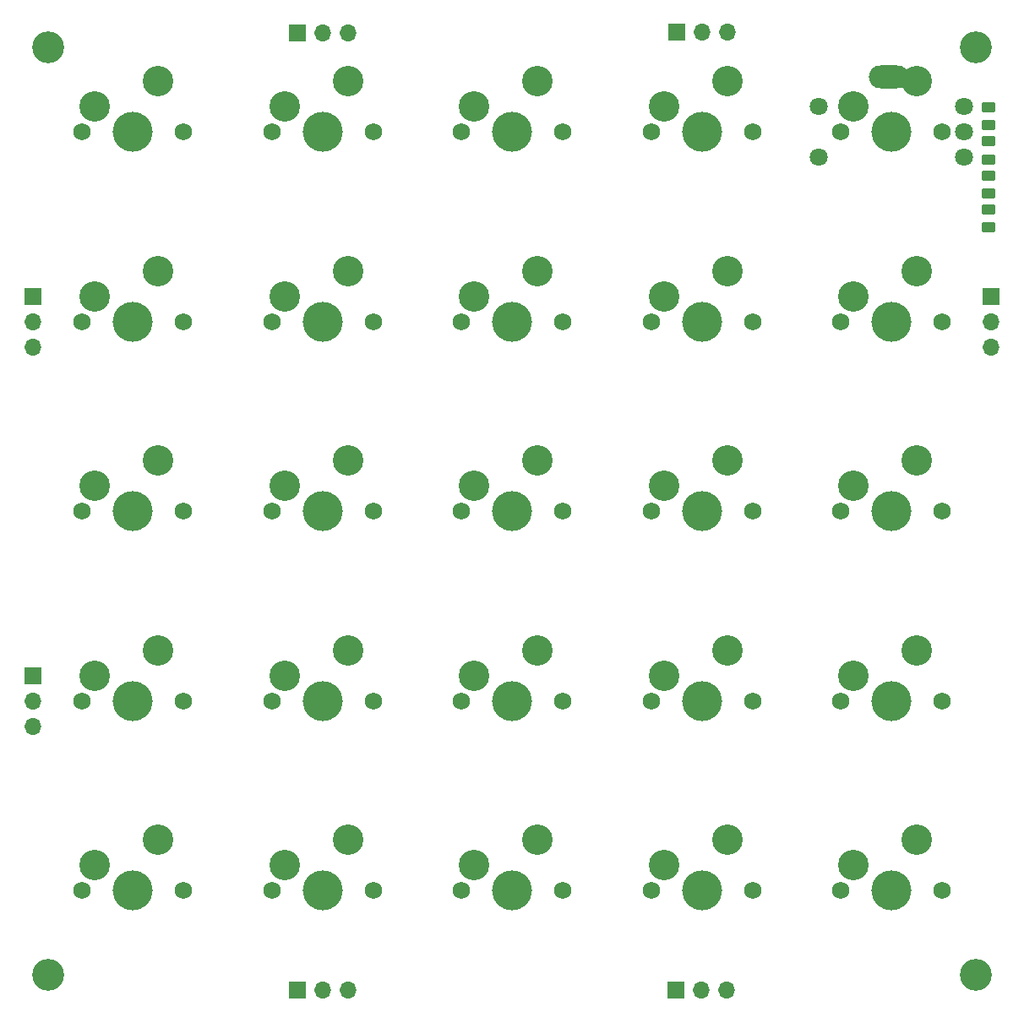
<source format=gts>
G04 #@! TF.GenerationSoftware,KiCad,Pcbnew,(6.0.5)*
G04 #@! TF.CreationDate,2022-06-26T21:28:20+02:00*
G04 #@! TF.ProjectId,5x5x2-part1,35783578-322d-4706-9172-74312e6b6963,rev?*
G04 #@! TF.SameCoordinates,Original*
G04 #@! TF.FileFunction,Soldermask,Top*
G04 #@! TF.FilePolarity,Negative*
%FSLAX46Y46*%
G04 Gerber Fmt 4.6, Leading zero omitted, Abs format (unit mm)*
G04 Created by KiCad (PCBNEW (6.0.5)) date 2022-06-26 21:28:20*
%MOMM*%
%LPD*%
G01*
G04 APERTURE LIST*
G04 Aperture macros list*
%AMRoundRect*
0 Rectangle with rounded corners*
0 $1 Rounding radius*
0 $2 $3 $4 $5 $6 $7 $8 $9 X,Y pos of 4 corners*
0 Add a 4 corners polygon primitive as box body*
4,1,4,$2,$3,$4,$5,$6,$7,$8,$9,$2,$3,0*
0 Add four circle primitives for the rounded corners*
1,1,$1+$1,$2,$3*
1,1,$1+$1,$4,$5*
1,1,$1+$1,$6,$7*
1,1,$1+$1,$8,$9*
0 Add four rect primitives between the rounded corners*
20,1,$1+$1,$2,$3,$4,$5,0*
20,1,$1+$1,$4,$5,$6,$7,0*
20,1,$1+$1,$6,$7,$8,$9,0*
20,1,$1+$1,$8,$9,$2,$3,0*%
G04 Aperture macros list end*
%ADD10C,1.750000*%
%ADD11C,4.000000*%
%ADD12C,3.050000*%
%ADD13C,3.200000*%
%ADD14RoundRect,0.250000X-0.450000X0.262500X-0.450000X-0.262500X0.450000X-0.262500X0.450000X0.262500X0*%
%ADD15RoundRect,0.250000X0.450000X-0.262500X0.450000X0.262500X-0.450000X0.262500X-0.450000X-0.262500X0*%
%ADD16O,4.000000X2.300000*%
%ADD17C,1.800000*%
%ADD18R,1.700000X1.700000*%
%ADD19O,1.700000X1.700000*%
G04 APERTURE END LIST*
D10*
X72080000Y-69000000D03*
D11*
X67000000Y-69000000D03*
D12*
X69540000Y-63920000D03*
D10*
X61920000Y-69000000D03*
D12*
X63190000Y-66460000D03*
D13*
X39500000Y-41500000D03*
D10*
X72080000Y-107000000D03*
X61920000Y-107000000D03*
D11*
X67000000Y-107000000D03*
D12*
X69540000Y-101920000D03*
X63190000Y-104460000D03*
D13*
X39500000Y-134500000D03*
D12*
X101190000Y-66460000D03*
D10*
X110080000Y-69000000D03*
D11*
X105000000Y-69000000D03*
D12*
X107540000Y-63920000D03*
D10*
X99920000Y-69000000D03*
D14*
X133750000Y-50925000D03*
X133750000Y-52750000D03*
D10*
X80920000Y-126000000D03*
X91080000Y-126000000D03*
D11*
X86000000Y-126000000D03*
D12*
X82190000Y-123460000D03*
X88540000Y-120920000D03*
D10*
X118920000Y-88000000D03*
D12*
X120190000Y-85460000D03*
D10*
X129080000Y-88000000D03*
D12*
X126540000Y-82920000D03*
D11*
X124000000Y-88000000D03*
D13*
X132500000Y-41500000D03*
D11*
X86000000Y-107000000D03*
D10*
X91080000Y-107000000D03*
X80920000Y-107000000D03*
D12*
X82190000Y-104460000D03*
X88540000Y-101920000D03*
D11*
X124000000Y-50000000D03*
D12*
X120190000Y-47460000D03*
D10*
X118920000Y-50000000D03*
D12*
X126540000Y-44920000D03*
D10*
X129080000Y-50000000D03*
D15*
X133750000Y-49325000D03*
X133750000Y-47500000D03*
D11*
X124000000Y-126000000D03*
D12*
X126540000Y-120920000D03*
D10*
X118920000Y-126000000D03*
X129080000Y-126000000D03*
D12*
X120190000Y-123460000D03*
D10*
X110080000Y-126000000D03*
D11*
X105000000Y-126000000D03*
D10*
X99920000Y-126000000D03*
D12*
X107540000Y-120920000D03*
X101190000Y-123460000D03*
X88540000Y-63920000D03*
X82190000Y-66460000D03*
D10*
X80920000Y-69000000D03*
D11*
X86000000Y-69000000D03*
D10*
X91080000Y-69000000D03*
D15*
X133750000Y-59575000D03*
X133750000Y-57750000D03*
D13*
X132500000Y-134500000D03*
D10*
X61920000Y-126000000D03*
D12*
X63190000Y-123460000D03*
D11*
X67000000Y-126000000D03*
D10*
X72080000Y-126000000D03*
D12*
X69540000Y-120920000D03*
D10*
X118920000Y-69000000D03*
D11*
X124000000Y-69000000D03*
D12*
X126540000Y-63920000D03*
X120190000Y-66460000D03*
D10*
X129080000Y-69000000D03*
D15*
X133750000Y-56162500D03*
X133750000Y-54337500D03*
D10*
X99920000Y-107000000D03*
D11*
X105000000Y-107000000D03*
D10*
X110080000Y-107000000D03*
D12*
X107540000Y-101920000D03*
X101190000Y-104460000D03*
D10*
X72080000Y-50000000D03*
D12*
X63190000Y-47460000D03*
X69540000Y-44920000D03*
D11*
X67000000Y-50000000D03*
D10*
X61920000Y-50000000D03*
D16*
X123750000Y-44500000D03*
D17*
X131250000Y-52540000D03*
X131250000Y-47460000D03*
X131250000Y-50000000D03*
X116750000Y-47460000D03*
X116750000Y-52540000D03*
D10*
X61920000Y-88000000D03*
D12*
X63190000Y-85460000D03*
X69540000Y-82920000D03*
D10*
X72080000Y-88000000D03*
D11*
X67000000Y-88000000D03*
D10*
X91080000Y-50000000D03*
D12*
X88540000Y-44920000D03*
X82190000Y-47460000D03*
D11*
X86000000Y-50000000D03*
D10*
X80920000Y-50000000D03*
D12*
X120190000Y-104460000D03*
D11*
X124000000Y-107000000D03*
D10*
X118920000Y-107000000D03*
X129080000Y-107000000D03*
D12*
X126540000Y-101920000D03*
D11*
X48000000Y-107000000D03*
D10*
X53080000Y-107000000D03*
D12*
X44190000Y-104460000D03*
D10*
X42920000Y-107000000D03*
D12*
X50540000Y-101920000D03*
D10*
X53080000Y-50000000D03*
D12*
X44190000Y-47460000D03*
D10*
X42920000Y-50000000D03*
D11*
X48000000Y-50000000D03*
D12*
X50540000Y-44920000D03*
X101190000Y-85460000D03*
D10*
X110080000Y-88000000D03*
D11*
X105000000Y-88000000D03*
D12*
X107540000Y-82920000D03*
D10*
X99920000Y-88000000D03*
D12*
X44190000Y-123460000D03*
X50540000Y-120920000D03*
D10*
X53080000Y-126000000D03*
D11*
X48000000Y-126000000D03*
D10*
X42920000Y-126000000D03*
D12*
X44190000Y-66460000D03*
D10*
X53080000Y-69000000D03*
X42920000Y-69000000D03*
D12*
X50540000Y-63920000D03*
D11*
X48000000Y-69000000D03*
D12*
X50540000Y-82920000D03*
D10*
X53080000Y-88000000D03*
D12*
X44190000Y-85460000D03*
D10*
X42920000Y-88000000D03*
D11*
X48000000Y-88000000D03*
X86000000Y-88000000D03*
D10*
X80920000Y-88000000D03*
D12*
X82190000Y-85460000D03*
X88540000Y-82920000D03*
D10*
X91080000Y-88000000D03*
X110080000Y-50000000D03*
D12*
X107540000Y-44920000D03*
X101190000Y-47460000D03*
D10*
X99920000Y-50000000D03*
D11*
X105000000Y-50000000D03*
D18*
X64475000Y-40025000D03*
D19*
X67015000Y-40025000D03*
X69555000Y-40025000D03*
D18*
X102420000Y-136000000D03*
D19*
X104960000Y-136000000D03*
X107500000Y-136000000D03*
D18*
X102460000Y-40000000D03*
D19*
X105000000Y-40000000D03*
X107540000Y-40000000D03*
D18*
X37975000Y-104475000D03*
D19*
X37975000Y-107015000D03*
X37975000Y-109555000D03*
D18*
X134000000Y-66475000D03*
D19*
X134000000Y-69015000D03*
X134000000Y-71555000D03*
D18*
X64460000Y-136000000D03*
D19*
X67000000Y-136000000D03*
X69540000Y-136000000D03*
D18*
X38000000Y-66460000D03*
D19*
X38000000Y-69000000D03*
X38000000Y-71540000D03*
M02*

</source>
